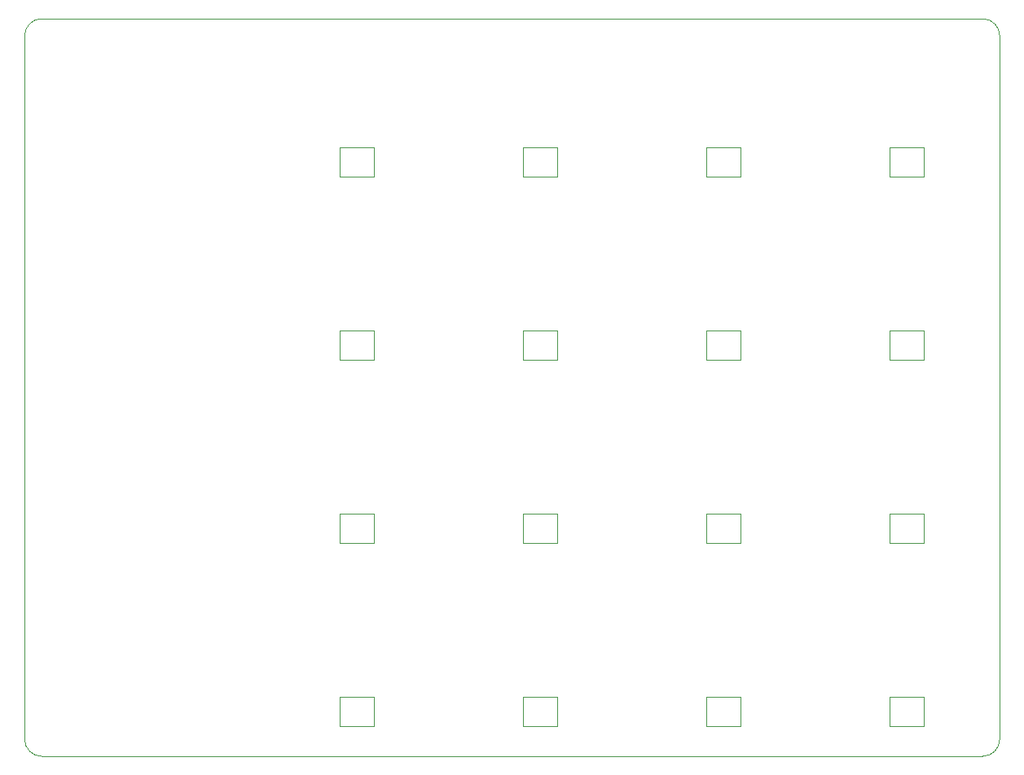
<source format=gbr>
%TF.GenerationSoftware,KiCad,Pcbnew,(5.1.10)-1*%
%TF.CreationDate,2021-09-24T11:07:47+01:00*%
%TF.ProjectId,streamdeck2,73747265-616d-4646-9563-6b322e6b6963,rev?*%
%TF.SameCoordinates,Original*%
%TF.FileFunction,Profile,NP*%
%FSLAX46Y46*%
G04 Gerber Fmt 4.6, Leading zero omitted, Abs format (unit mm)*
G04 Created by KiCad (PCBNEW (5.1.10)-1) date 2021-09-24 11:07:47*
%MOMM*%
%LPD*%
G01*
G04 APERTURE LIST*
%TA.AperFunction,Profile*%
%ADD10C,0.050000*%
%TD*%
%TA.AperFunction,Profile*%
%ADD11C,0.120000*%
%TD*%
G04 APERTURE END LIST*
D10*
X87122000Y-121666000D02*
G75*
G02*
X85344000Y-119888000I0J1778000D01*
G01*
X85344000Y-46736000D02*
G75*
G02*
X87122000Y-44958000I1778000J0D01*
G01*
X184912000Y-44958000D02*
G75*
G02*
X186690000Y-46736000I0J-1778000D01*
G01*
X186690000Y-119888000D02*
G75*
G02*
X184912000Y-121666000I-1778000J0D01*
G01*
X85344000Y-119888000D02*
X85344000Y-46736000D01*
X184912000Y-44958000D02*
X87122000Y-44958000D01*
X184912000Y-121666000D02*
X87122000Y-121666000D01*
X186690000Y-46736000D02*
X186690000Y-119888000D01*
D11*
%TO.C,D37*%
X118056250Y-115448750D02*
X121656250Y-115448750D01*
X118056250Y-118548750D02*
X118056250Y-115448750D01*
X121656250Y-118548750D02*
X118056250Y-118548750D01*
X121656250Y-115448750D02*
X121656250Y-118548750D01*
%TO.C,D36*%
X137106250Y-115448750D02*
X140706250Y-115448750D01*
X137106250Y-118548750D02*
X137106250Y-115448750D01*
X140706250Y-118548750D02*
X137106250Y-118548750D01*
X140706250Y-115448750D02*
X140706250Y-118548750D01*
%TO.C,D35*%
X156156250Y-115448750D02*
X159756250Y-115448750D01*
X156156250Y-118548750D02*
X156156250Y-115448750D01*
X159756250Y-118548750D02*
X156156250Y-118548750D01*
X159756250Y-115448750D02*
X159756250Y-118548750D01*
%TO.C,D34*%
X175206250Y-115448750D02*
X178806250Y-115448750D01*
X175206250Y-118548750D02*
X175206250Y-115448750D01*
X178806250Y-118548750D02*
X175206250Y-118548750D01*
X178806250Y-115448750D02*
X178806250Y-118548750D01*
%TO.C,D33*%
X178806250Y-99498750D02*
X175206250Y-99498750D01*
X178806250Y-96398750D02*
X178806250Y-99498750D01*
X175206250Y-96398750D02*
X178806250Y-96398750D01*
X175206250Y-99498750D02*
X175206250Y-96398750D01*
%TO.C,D31*%
X159756250Y-99498750D02*
X156156250Y-99498750D01*
X159756250Y-96398750D02*
X159756250Y-99498750D01*
X156156250Y-96398750D02*
X159756250Y-96398750D01*
X156156250Y-99498750D02*
X156156250Y-96398750D01*
%TO.C,D30*%
X140706250Y-99498750D02*
X137106250Y-99498750D01*
X140706250Y-96398750D02*
X140706250Y-99498750D01*
X137106250Y-96398750D02*
X140706250Y-96398750D01*
X137106250Y-99498750D02*
X137106250Y-96398750D01*
%TO.C,D28*%
X121656250Y-99498750D02*
X118056250Y-99498750D01*
X121656250Y-96398750D02*
X121656250Y-99498750D01*
X118056250Y-96398750D02*
X121656250Y-96398750D01*
X118056250Y-99498750D02*
X118056250Y-96398750D01*
%TO.C,D27*%
X118056250Y-77348750D02*
X121656250Y-77348750D01*
X118056250Y-80448750D02*
X118056250Y-77348750D01*
X121656250Y-80448750D02*
X118056250Y-80448750D01*
X121656250Y-77348750D02*
X121656250Y-80448750D01*
%TO.C,D26*%
X137106250Y-77348750D02*
X140706250Y-77348750D01*
X137106250Y-80448750D02*
X137106250Y-77348750D01*
X140706250Y-80448750D02*
X137106250Y-80448750D01*
X140706250Y-77348750D02*
X140706250Y-80448750D01*
%TO.C,D25*%
X156156250Y-77348750D02*
X159756250Y-77348750D01*
X156156250Y-80448750D02*
X156156250Y-77348750D01*
X159756250Y-80448750D02*
X156156250Y-80448750D01*
X159756250Y-77348750D02*
X159756250Y-80448750D01*
%TO.C,D24*%
X175206250Y-77348750D02*
X178806250Y-77348750D01*
X175206250Y-80448750D02*
X175206250Y-77348750D01*
X178806250Y-80448750D02*
X175206250Y-80448750D01*
X178806250Y-77348750D02*
X178806250Y-80448750D01*
%TO.C,D23*%
X178806250Y-61398750D02*
X175206250Y-61398750D01*
X178806250Y-58298750D02*
X178806250Y-61398750D01*
X175206250Y-58298750D02*
X178806250Y-58298750D01*
X175206250Y-61398750D02*
X175206250Y-58298750D01*
%TO.C,D21*%
X159756250Y-61398750D02*
X156156250Y-61398750D01*
X159756250Y-58298750D02*
X159756250Y-61398750D01*
X156156250Y-58298750D02*
X159756250Y-58298750D01*
X156156250Y-61398750D02*
X156156250Y-58298750D01*
%TO.C,D20*%
X140706250Y-61398750D02*
X137106250Y-61398750D01*
X140706250Y-58298750D02*
X140706250Y-61398750D01*
X137106250Y-58298750D02*
X140706250Y-58298750D01*
X137106250Y-61398750D02*
X137106250Y-58298750D01*
%TO.C,D18*%
X121656250Y-61398750D02*
X118056250Y-61398750D01*
X121656250Y-58298750D02*
X121656250Y-61398750D01*
X118056250Y-58298750D02*
X121656250Y-58298750D01*
X118056250Y-61398750D02*
X118056250Y-58298750D01*
%TD*%
M02*

</source>
